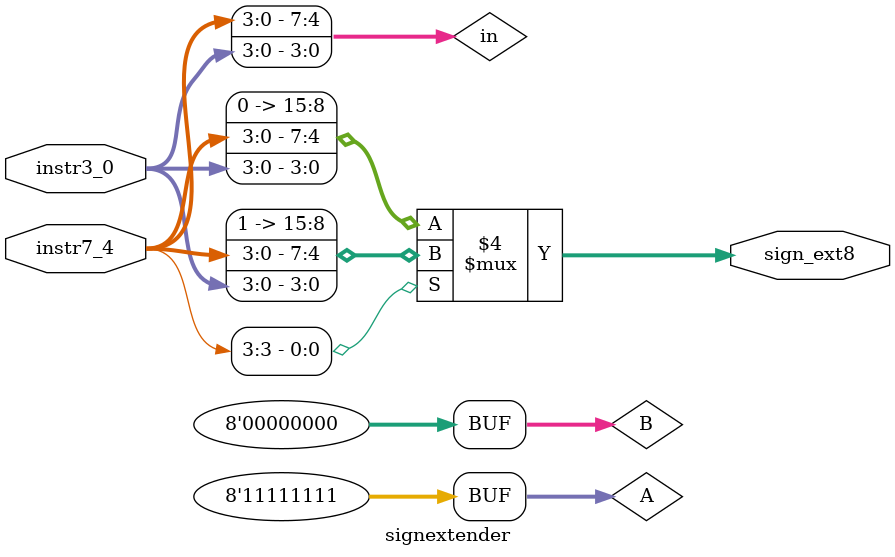
<source format=v>
/*************************************************************
Design Name 	: 
File Name   	: .v
Function    	: 
Coder		    	: 
Last Modified	: 
*************************************************************/

module signextender(instr7_4,instr3_0,sign_ext8);
	input [3:0] instr7_4,instr3_0;
	output [15:0] sign_ext8;

	reg [15:0] sign_ext8;
	wire [7:0] A,B;
	wire [7:0] in;

	assign in={instr7_4,instr3_0};
	assign A=8'b11111111;
	assign B=8'b00000000;

	always @ (in)
	begin
		if (in[7]==0)//use the msb to determine extension bits
			sign_ext8={B,in};
		else
			sign_ext8={A,in};
	end

endmodule

</source>
